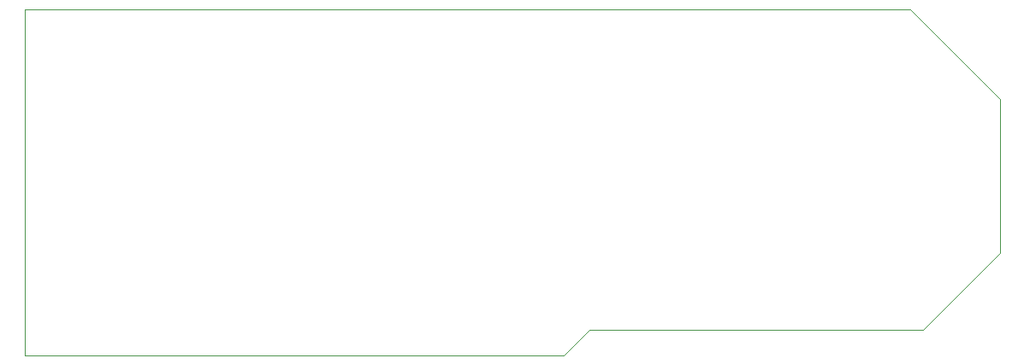
<source format=gbr>
%TF.GenerationSoftware,KiCad,Pcbnew,7.0.11+dfsg-1build4*%
%TF.CreationDate,2025-01-19T09:07:44-05:00*%
%TF.ProjectId,ThermocoupleBoard,54686572-6d6f-4636-9f75-706c65426f61,rev?*%
%TF.SameCoordinates,Original*%
%TF.FileFunction,Profile,NP*%
%FSLAX46Y46*%
G04 Gerber Fmt 4.6, Leading zero omitted, Abs format (unit mm)*
G04 Created by KiCad (PCBNEW 7.0.11+dfsg-1build4) date 2025-01-19 09:07:44*
%MOMM*%
%LPD*%
G01*
G04 APERTURE LIST*
%TA.AperFunction,Profile*%
%ADD10C,0.050000*%
%TD*%
G04 APERTURE END LIST*
D10*
X167640000Y-88900000D02*
X167640000Y-104140000D01*
X158750000Y-80010000D02*
X167640000Y-88900000D01*
X127000000Y-111760000D02*
X124460000Y-114300000D01*
X124460000Y-114300000D02*
X71120000Y-114300000D01*
X71120000Y-114300000D02*
X71120000Y-80010000D01*
X167640000Y-104140000D02*
X160020000Y-111760000D01*
X71120000Y-80010000D02*
X158750000Y-80010000D01*
X160020000Y-111760000D02*
X127000000Y-111760000D01*
M02*

</source>
